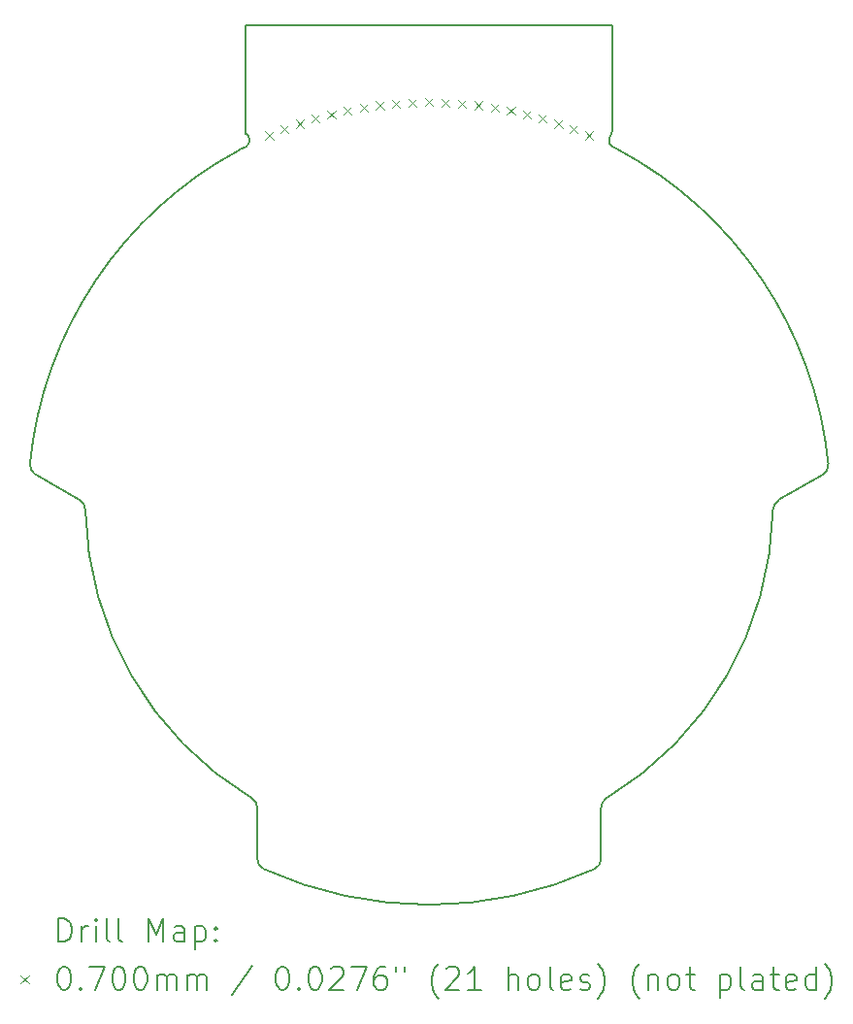
<source format=gbr>
%TF.GenerationSoftware,KiCad,Pcbnew,7.0.6*%
%TF.CreationDate,2024-01-27T00:31:29+01:00*%
%TF.ProjectId,amulet_controller,616d756c-6574-45f6-936f-6e74726f6c6c,1.0*%
%TF.SameCoordinates,PX6c3df60PY7735940*%
%TF.FileFunction,Drillmap*%
%TF.FilePolarity,Positive*%
%FSLAX45Y45*%
G04 Gerber Fmt 4.5, Leading zero omitted, Abs format (unit mm)*
G04 Created by KiCad (PCBNEW 7.0.6) date 2024-01-27 00:31:29*
%MOMM*%
%LPD*%
G01*
G04 APERTURE LIST*
%ADD10C,0.200000*%
%ADD11C,0.070000*%
G04 APERTURE END LIST*
D10*
X1847262Y6585168D02*
G75*
G03*
X17250Y3846652I1652778J-3085178D01*
G01*
X4941215Y310477D02*
G75*
G03*
X5000040Y401603I-41165J91123D01*
G01*
X1903651Y6615376D02*
G75*
G03*
X1930040Y6659450I-23611J44074D01*
G01*
X2000040Y844806D02*
G75*
G03*
X1951653Y930457I-100010J-6D01*
G01*
X5070041Y6659450D02*
G75*
G03*
X5096429Y6615377I50000J-1D01*
G01*
X2000043Y401603D02*
G75*
G03*
X2058863Y310474I99997J-3D01*
G01*
X5048427Y930457D02*
G75*
G03*
X6499514Y3443813I-1548387J2569532D01*
G01*
X6933321Y3750146D02*
G75*
G03*
X6982830Y3846652I-50001J86604D01*
G01*
X1900040Y6725585D02*
X1903651Y6723650D01*
X6549496Y3528544D02*
G75*
G03*
X6499514Y3443813I50004J-86604D01*
G01*
X1903651Y6615377D02*
X1847262Y6585168D01*
X5100040Y7669990D02*
X1900040Y7669990D01*
X5085040Y6715283D02*
G75*
G03*
X5070040Y6679576I34990J-35703D01*
G01*
X5000040Y401603D02*
X5000040Y844806D01*
X2000040Y844806D02*
X2000040Y401603D01*
X5048428Y930456D02*
G75*
G03*
X5000040Y844806I51602J-85646D01*
G01*
X66758Y3750145D02*
X450583Y3528543D01*
X500566Y3443813D02*
G75*
G03*
X1951653Y930457I2999474J56177D01*
G01*
X2058864Y310474D02*
G75*
G03*
X4941217Y310474I1441176J3189516D01*
G01*
X1930040Y6679576D02*
G75*
G03*
X1903651Y6723650I-50010J-6D01*
G01*
X1930040Y6679576D02*
X1930040Y6659450D01*
X5070040Y6659450D02*
X5070040Y6679576D01*
X5152818Y6585168D02*
X5096429Y6615376D01*
X6549496Y3528543D02*
X6933321Y3750145D01*
X6982830Y3846652D02*
G75*
G03*
X5152818Y6585168I-3482790J-346662D01*
G01*
X5100040Y6750991D02*
X5100040Y7669990D01*
X500565Y3443813D02*
G75*
G03*
X450583Y3528543I-99985J-1873D01*
G01*
X17248Y3846652D02*
G75*
G03*
X66758Y3750145I99512J-9902D01*
G01*
X5085038Y6715285D02*
G75*
G03*
X5100040Y6750991I-34988J35705D01*
G01*
X1900040Y7669990D02*
X1900040Y6725585D01*
D11*
X2069418Y6744700D02*
X2139418Y6674700D01*
X2139418Y6744700D02*
X2069418Y6674700D01*
X2202202Y6799226D02*
X2272202Y6729226D01*
X2272202Y6799226D02*
X2202202Y6729226D01*
X2337110Y6848262D02*
X2407110Y6778262D01*
X2407110Y6848262D02*
X2337110Y6778262D01*
X2473915Y6891725D02*
X2543915Y6821725D01*
X2543915Y6891725D02*
X2473915Y6821725D01*
X2612388Y6929542D02*
X2682388Y6859542D01*
X2682388Y6929542D02*
X2612388Y6859542D01*
X2752294Y6961649D02*
X2822294Y6891649D01*
X2822294Y6961649D02*
X2752294Y6891649D01*
X2893399Y6987993D02*
X2963399Y6917993D01*
X2963399Y6987993D02*
X2893399Y6917993D01*
X3035466Y7008528D02*
X3105466Y6938528D01*
X3105466Y7008528D02*
X3035466Y6938528D01*
X3178255Y7023221D02*
X3248255Y6953221D01*
X3248255Y7023221D02*
X3178255Y6953221D01*
X3321527Y7032046D02*
X3391527Y6962046D01*
X3391527Y7032046D02*
X3321527Y6962046D01*
X3465040Y7034990D02*
X3535040Y6964990D01*
X3535040Y7034990D02*
X3465040Y6964990D01*
X3608553Y7032046D02*
X3678553Y6962046D01*
X3678553Y7032046D02*
X3608553Y6962046D01*
X3751825Y7023221D02*
X3821825Y6953221D01*
X3821825Y7023221D02*
X3751825Y6953221D01*
X3894614Y7008528D02*
X3964614Y6938528D01*
X3964614Y7008528D02*
X3894614Y6938528D01*
X4036681Y6987992D02*
X4106681Y6917992D01*
X4106681Y6987992D02*
X4036681Y6917992D01*
X4177786Y6961649D02*
X4247786Y6891649D01*
X4247786Y6961649D02*
X4177786Y6891649D01*
X4317693Y6929542D02*
X4387693Y6859542D01*
X4387693Y6929542D02*
X4317693Y6859542D01*
X4456165Y6891725D02*
X4526165Y6821725D01*
X4526165Y6891725D02*
X4456165Y6821725D01*
X4592970Y6848262D02*
X4662970Y6778262D01*
X4662970Y6848262D02*
X4592970Y6778262D01*
X4727878Y6799226D02*
X4797878Y6729226D01*
X4797878Y6799226D02*
X4727878Y6729226D01*
X4860662Y6744700D02*
X4930662Y6674700D01*
X4930662Y6744700D02*
X4860662Y6674700D01*
D10*
X267534Y-321494D02*
X267534Y-121494D01*
X267534Y-121494D02*
X315153Y-121494D01*
X315153Y-121494D02*
X343724Y-131018D01*
X343724Y-131018D02*
X362772Y-150065D01*
X362772Y-150065D02*
X372295Y-169113D01*
X372295Y-169113D02*
X381819Y-207208D01*
X381819Y-207208D02*
X381819Y-235780D01*
X381819Y-235780D02*
X372295Y-273875D01*
X372295Y-273875D02*
X362772Y-292923D01*
X362772Y-292923D02*
X343724Y-311970D01*
X343724Y-311970D02*
X315153Y-321494D01*
X315153Y-321494D02*
X267534Y-321494D01*
X467534Y-321494D02*
X467534Y-188161D01*
X467534Y-226256D02*
X477057Y-207208D01*
X477057Y-207208D02*
X486581Y-197684D01*
X486581Y-197684D02*
X505629Y-188161D01*
X505629Y-188161D02*
X524677Y-188161D01*
X591343Y-321494D02*
X591343Y-188161D01*
X591343Y-121494D02*
X581819Y-131018D01*
X581819Y-131018D02*
X591343Y-140542D01*
X591343Y-140542D02*
X600867Y-131018D01*
X600867Y-131018D02*
X591343Y-121494D01*
X591343Y-121494D02*
X591343Y-140542D01*
X715153Y-321494D02*
X696105Y-311970D01*
X696105Y-311970D02*
X686581Y-292923D01*
X686581Y-292923D02*
X686581Y-121494D01*
X819914Y-321494D02*
X800867Y-311970D01*
X800867Y-311970D02*
X791343Y-292923D01*
X791343Y-292923D02*
X791343Y-121494D01*
X1048486Y-321494D02*
X1048486Y-121494D01*
X1048486Y-121494D02*
X1115153Y-264351D01*
X1115153Y-264351D02*
X1181819Y-121494D01*
X1181819Y-121494D02*
X1181819Y-321494D01*
X1362772Y-321494D02*
X1362772Y-216732D01*
X1362772Y-216732D02*
X1353248Y-197684D01*
X1353248Y-197684D02*
X1334200Y-188161D01*
X1334200Y-188161D02*
X1296105Y-188161D01*
X1296105Y-188161D02*
X1277057Y-197684D01*
X1362772Y-311970D02*
X1343724Y-321494D01*
X1343724Y-321494D02*
X1296105Y-321494D01*
X1296105Y-321494D02*
X1277057Y-311970D01*
X1277057Y-311970D02*
X1267534Y-292923D01*
X1267534Y-292923D02*
X1267534Y-273875D01*
X1267534Y-273875D02*
X1277057Y-254827D01*
X1277057Y-254827D02*
X1296105Y-245303D01*
X1296105Y-245303D02*
X1343724Y-245303D01*
X1343724Y-245303D02*
X1362772Y-235780D01*
X1458010Y-188161D02*
X1458010Y-388161D01*
X1458010Y-197684D02*
X1477057Y-188161D01*
X1477057Y-188161D02*
X1515153Y-188161D01*
X1515153Y-188161D02*
X1534200Y-197684D01*
X1534200Y-197684D02*
X1543724Y-207208D01*
X1543724Y-207208D02*
X1553248Y-226256D01*
X1553248Y-226256D02*
X1553248Y-283399D01*
X1553248Y-283399D02*
X1543724Y-302446D01*
X1543724Y-302446D02*
X1534200Y-311970D01*
X1534200Y-311970D02*
X1515153Y-321494D01*
X1515153Y-321494D02*
X1477057Y-321494D01*
X1477057Y-321494D02*
X1458010Y-311970D01*
X1638962Y-302446D02*
X1648486Y-311970D01*
X1648486Y-311970D02*
X1638962Y-321494D01*
X1638962Y-321494D02*
X1629438Y-311970D01*
X1629438Y-311970D02*
X1638962Y-302446D01*
X1638962Y-302446D02*
X1638962Y-321494D01*
X1638962Y-197684D02*
X1648486Y-207208D01*
X1648486Y-207208D02*
X1638962Y-216732D01*
X1638962Y-216732D02*
X1629438Y-207208D01*
X1629438Y-207208D02*
X1638962Y-197684D01*
X1638962Y-197684D02*
X1638962Y-216732D01*
D11*
X-63243Y-615010D02*
X6757Y-685010D01*
X6757Y-615010D02*
X-63243Y-685010D01*
D10*
X305629Y-541494D02*
X324677Y-541494D01*
X324677Y-541494D02*
X343724Y-551018D01*
X343724Y-551018D02*
X353248Y-560542D01*
X353248Y-560542D02*
X362772Y-579589D01*
X362772Y-579589D02*
X372295Y-617684D01*
X372295Y-617684D02*
X372295Y-665304D01*
X372295Y-665304D02*
X362772Y-703399D01*
X362772Y-703399D02*
X353248Y-722446D01*
X353248Y-722446D02*
X343724Y-731970D01*
X343724Y-731970D02*
X324677Y-741494D01*
X324677Y-741494D02*
X305629Y-741494D01*
X305629Y-741494D02*
X286581Y-731970D01*
X286581Y-731970D02*
X277057Y-722446D01*
X277057Y-722446D02*
X267534Y-703399D01*
X267534Y-703399D02*
X258010Y-665304D01*
X258010Y-665304D02*
X258010Y-617684D01*
X258010Y-617684D02*
X267534Y-579589D01*
X267534Y-579589D02*
X277057Y-560542D01*
X277057Y-560542D02*
X286581Y-551018D01*
X286581Y-551018D02*
X305629Y-541494D01*
X458010Y-722446D02*
X467534Y-731970D01*
X467534Y-731970D02*
X458010Y-741494D01*
X458010Y-741494D02*
X448486Y-731970D01*
X448486Y-731970D02*
X458010Y-722446D01*
X458010Y-722446D02*
X458010Y-741494D01*
X534200Y-541494D02*
X667534Y-541494D01*
X667534Y-541494D02*
X581819Y-741494D01*
X781819Y-541494D02*
X800867Y-541494D01*
X800867Y-541494D02*
X819915Y-551018D01*
X819915Y-551018D02*
X829438Y-560542D01*
X829438Y-560542D02*
X838962Y-579589D01*
X838962Y-579589D02*
X848486Y-617684D01*
X848486Y-617684D02*
X848486Y-665304D01*
X848486Y-665304D02*
X838962Y-703399D01*
X838962Y-703399D02*
X829438Y-722446D01*
X829438Y-722446D02*
X819915Y-731970D01*
X819915Y-731970D02*
X800867Y-741494D01*
X800867Y-741494D02*
X781819Y-741494D01*
X781819Y-741494D02*
X762772Y-731970D01*
X762772Y-731970D02*
X753248Y-722446D01*
X753248Y-722446D02*
X743724Y-703399D01*
X743724Y-703399D02*
X734200Y-665304D01*
X734200Y-665304D02*
X734200Y-617684D01*
X734200Y-617684D02*
X743724Y-579589D01*
X743724Y-579589D02*
X753248Y-560542D01*
X753248Y-560542D02*
X762772Y-551018D01*
X762772Y-551018D02*
X781819Y-541494D01*
X972295Y-541494D02*
X991343Y-541494D01*
X991343Y-541494D02*
X1010391Y-551018D01*
X1010391Y-551018D02*
X1019915Y-560542D01*
X1019915Y-560542D02*
X1029438Y-579589D01*
X1029438Y-579589D02*
X1038962Y-617684D01*
X1038962Y-617684D02*
X1038962Y-665304D01*
X1038962Y-665304D02*
X1029438Y-703399D01*
X1029438Y-703399D02*
X1019915Y-722446D01*
X1019915Y-722446D02*
X1010391Y-731970D01*
X1010391Y-731970D02*
X991343Y-741494D01*
X991343Y-741494D02*
X972295Y-741494D01*
X972295Y-741494D02*
X953248Y-731970D01*
X953248Y-731970D02*
X943724Y-722446D01*
X943724Y-722446D02*
X934200Y-703399D01*
X934200Y-703399D02*
X924676Y-665304D01*
X924676Y-665304D02*
X924676Y-617684D01*
X924676Y-617684D02*
X934200Y-579589D01*
X934200Y-579589D02*
X943724Y-560542D01*
X943724Y-560542D02*
X953248Y-551018D01*
X953248Y-551018D02*
X972295Y-541494D01*
X1124677Y-741494D02*
X1124677Y-608161D01*
X1124677Y-627208D02*
X1134200Y-617684D01*
X1134200Y-617684D02*
X1153248Y-608161D01*
X1153248Y-608161D02*
X1181819Y-608161D01*
X1181819Y-608161D02*
X1200867Y-617684D01*
X1200867Y-617684D02*
X1210391Y-636732D01*
X1210391Y-636732D02*
X1210391Y-741494D01*
X1210391Y-636732D02*
X1219915Y-617684D01*
X1219915Y-617684D02*
X1238962Y-608161D01*
X1238962Y-608161D02*
X1267534Y-608161D01*
X1267534Y-608161D02*
X1286581Y-617684D01*
X1286581Y-617684D02*
X1296105Y-636732D01*
X1296105Y-636732D02*
X1296105Y-741494D01*
X1391343Y-741494D02*
X1391343Y-608161D01*
X1391343Y-627208D02*
X1400867Y-617684D01*
X1400867Y-617684D02*
X1419915Y-608161D01*
X1419915Y-608161D02*
X1448486Y-608161D01*
X1448486Y-608161D02*
X1467534Y-617684D01*
X1467534Y-617684D02*
X1477057Y-636732D01*
X1477057Y-636732D02*
X1477057Y-741494D01*
X1477057Y-636732D02*
X1486581Y-617684D01*
X1486581Y-617684D02*
X1505629Y-608161D01*
X1505629Y-608161D02*
X1534200Y-608161D01*
X1534200Y-608161D02*
X1553248Y-617684D01*
X1553248Y-617684D02*
X1562772Y-636732D01*
X1562772Y-636732D02*
X1562772Y-741494D01*
X1953248Y-531970D02*
X1781819Y-789113D01*
X2210391Y-541494D02*
X2229439Y-541494D01*
X2229439Y-541494D02*
X2248486Y-551018D01*
X2248486Y-551018D02*
X2258010Y-560542D01*
X2258010Y-560542D02*
X2267534Y-579589D01*
X2267534Y-579589D02*
X2277058Y-617684D01*
X2277058Y-617684D02*
X2277058Y-665304D01*
X2277058Y-665304D02*
X2267534Y-703399D01*
X2267534Y-703399D02*
X2258010Y-722446D01*
X2258010Y-722446D02*
X2248486Y-731970D01*
X2248486Y-731970D02*
X2229439Y-741494D01*
X2229439Y-741494D02*
X2210391Y-741494D01*
X2210391Y-741494D02*
X2191343Y-731970D01*
X2191343Y-731970D02*
X2181820Y-722446D01*
X2181820Y-722446D02*
X2172296Y-703399D01*
X2172296Y-703399D02*
X2162772Y-665304D01*
X2162772Y-665304D02*
X2162772Y-617684D01*
X2162772Y-617684D02*
X2172296Y-579589D01*
X2172296Y-579589D02*
X2181820Y-560542D01*
X2181820Y-560542D02*
X2191343Y-551018D01*
X2191343Y-551018D02*
X2210391Y-541494D01*
X2362772Y-722446D02*
X2372296Y-731970D01*
X2372296Y-731970D02*
X2362772Y-741494D01*
X2362772Y-741494D02*
X2353248Y-731970D01*
X2353248Y-731970D02*
X2362772Y-722446D01*
X2362772Y-722446D02*
X2362772Y-741494D01*
X2496105Y-541494D02*
X2515153Y-541494D01*
X2515153Y-541494D02*
X2534201Y-551018D01*
X2534201Y-551018D02*
X2543724Y-560542D01*
X2543724Y-560542D02*
X2553248Y-579589D01*
X2553248Y-579589D02*
X2562772Y-617684D01*
X2562772Y-617684D02*
X2562772Y-665304D01*
X2562772Y-665304D02*
X2553248Y-703399D01*
X2553248Y-703399D02*
X2543724Y-722446D01*
X2543724Y-722446D02*
X2534201Y-731970D01*
X2534201Y-731970D02*
X2515153Y-741494D01*
X2515153Y-741494D02*
X2496105Y-741494D01*
X2496105Y-741494D02*
X2477058Y-731970D01*
X2477058Y-731970D02*
X2467534Y-722446D01*
X2467534Y-722446D02*
X2458010Y-703399D01*
X2458010Y-703399D02*
X2448486Y-665304D01*
X2448486Y-665304D02*
X2448486Y-617684D01*
X2448486Y-617684D02*
X2458010Y-579589D01*
X2458010Y-579589D02*
X2467534Y-560542D01*
X2467534Y-560542D02*
X2477058Y-551018D01*
X2477058Y-551018D02*
X2496105Y-541494D01*
X2638962Y-560542D02*
X2648486Y-551018D01*
X2648486Y-551018D02*
X2667534Y-541494D01*
X2667534Y-541494D02*
X2715153Y-541494D01*
X2715153Y-541494D02*
X2734201Y-551018D01*
X2734201Y-551018D02*
X2743724Y-560542D01*
X2743724Y-560542D02*
X2753248Y-579589D01*
X2753248Y-579589D02*
X2753248Y-598637D01*
X2753248Y-598637D02*
X2743724Y-627208D01*
X2743724Y-627208D02*
X2629439Y-741494D01*
X2629439Y-741494D02*
X2753248Y-741494D01*
X2819915Y-541494D02*
X2953248Y-541494D01*
X2953248Y-541494D02*
X2867534Y-741494D01*
X3115153Y-541494D02*
X3077058Y-541494D01*
X3077058Y-541494D02*
X3058010Y-551018D01*
X3058010Y-551018D02*
X3048486Y-560542D01*
X3048486Y-560542D02*
X3029439Y-589113D01*
X3029439Y-589113D02*
X3019915Y-627208D01*
X3019915Y-627208D02*
X3019915Y-703399D01*
X3019915Y-703399D02*
X3029439Y-722446D01*
X3029439Y-722446D02*
X3038962Y-731970D01*
X3038962Y-731970D02*
X3058010Y-741494D01*
X3058010Y-741494D02*
X3096105Y-741494D01*
X3096105Y-741494D02*
X3115153Y-731970D01*
X3115153Y-731970D02*
X3124677Y-722446D01*
X3124677Y-722446D02*
X3134200Y-703399D01*
X3134200Y-703399D02*
X3134200Y-655780D01*
X3134200Y-655780D02*
X3124677Y-636732D01*
X3124677Y-636732D02*
X3115153Y-627208D01*
X3115153Y-627208D02*
X3096105Y-617684D01*
X3096105Y-617684D02*
X3058010Y-617684D01*
X3058010Y-617684D02*
X3038962Y-627208D01*
X3038962Y-627208D02*
X3029439Y-636732D01*
X3029439Y-636732D02*
X3019915Y-655780D01*
X3210391Y-541494D02*
X3210391Y-579589D01*
X3286581Y-541494D02*
X3286581Y-579589D01*
X3581820Y-817684D02*
X3572296Y-808161D01*
X3572296Y-808161D02*
X3553248Y-779589D01*
X3553248Y-779589D02*
X3543724Y-760542D01*
X3543724Y-760542D02*
X3534201Y-731970D01*
X3534201Y-731970D02*
X3524677Y-684351D01*
X3524677Y-684351D02*
X3524677Y-646256D01*
X3524677Y-646256D02*
X3534201Y-598637D01*
X3534201Y-598637D02*
X3543724Y-570065D01*
X3543724Y-570065D02*
X3553248Y-551018D01*
X3553248Y-551018D02*
X3572296Y-522446D01*
X3572296Y-522446D02*
X3581820Y-512922D01*
X3648486Y-560542D02*
X3658010Y-551018D01*
X3658010Y-551018D02*
X3677058Y-541494D01*
X3677058Y-541494D02*
X3724677Y-541494D01*
X3724677Y-541494D02*
X3743724Y-551018D01*
X3743724Y-551018D02*
X3753248Y-560542D01*
X3753248Y-560542D02*
X3762772Y-579589D01*
X3762772Y-579589D02*
X3762772Y-598637D01*
X3762772Y-598637D02*
X3753248Y-627208D01*
X3753248Y-627208D02*
X3638962Y-741494D01*
X3638962Y-741494D02*
X3762772Y-741494D01*
X3953248Y-741494D02*
X3838962Y-741494D01*
X3896105Y-741494D02*
X3896105Y-541494D01*
X3896105Y-541494D02*
X3877058Y-570065D01*
X3877058Y-570065D02*
X3858010Y-589113D01*
X3858010Y-589113D02*
X3838962Y-598637D01*
X4191343Y-741494D02*
X4191343Y-541494D01*
X4277058Y-741494D02*
X4277058Y-636732D01*
X4277058Y-636732D02*
X4267534Y-617684D01*
X4267534Y-617684D02*
X4248486Y-608161D01*
X4248486Y-608161D02*
X4219915Y-608161D01*
X4219915Y-608161D02*
X4200867Y-617684D01*
X4200867Y-617684D02*
X4191343Y-627208D01*
X4400867Y-741494D02*
X4381820Y-731970D01*
X4381820Y-731970D02*
X4372296Y-722446D01*
X4372296Y-722446D02*
X4362772Y-703399D01*
X4362772Y-703399D02*
X4362772Y-646256D01*
X4362772Y-646256D02*
X4372296Y-627208D01*
X4372296Y-627208D02*
X4381820Y-617684D01*
X4381820Y-617684D02*
X4400867Y-608161D01*
X4400867Y-608161D02*
X4429439Y-608161D01*
X4429439Y-608161D02*
X4448486Y-617684D01*
X4448486Y-617684D02*
X4458010Y-627208D01*
X4458010Y-627208D02*
X4467534Y-646256D01*
X4467534Y-646256D02*
X4467534Y-703399D01*
X4467534Y-703399D02*
X4458010Y-722446D01*
X4458010Y-722446D02*
X4448486Y-731970D01*
X4448486Y-731970D02*
X4429439Y-741494D01*
X4429439Y-741494D02*
X4400867Y-741494D01*
X4581820Y-741494D02*
X4562772Y-731970D01*
X4562772Y-731970D02*
X4553248Y-712922D01*
X4553248Y-712922D02*
X4553248Y-541494D01*
X4734201Y-731970D02*
X4715153Y-741494D01*
X4715153Y-741494D02*
X4677058Y-741494D01*
X4677058Y-741494D02*
X4658010Y-731970D01*
X4658010Y-731970D02*
X4648486Y-712922D01*
X4648486Y-712922D02*
X4648486Y-636732D01*
X4648486Y-636732D02*
X4658010Y-617684D01*
X4658010Y-617684D02*
X4677058Y-608161D01*
X4677058Y-608161D02*
X4715153Y-608161D01*
X4715153Y-608161D02*
X4734201Y-617684D01*
X4734201Y-617684D02*
X4743725Y-636732D01*
X4743725Y-636732D02*
X4743725Y-655780D01*
X4743725Y-655780D02*
X4648486Y-674827D01*
X4819915Y-731970D02*
X4838963Y-741494D01*
X4838963Y-741494D02*
X4877058Y-741494D01*
X4877058Y-741494D02*
X4896106Y-731970D01*
X4896106Y-731970D02*
X4905629Y-712922D01*
X4905629Y-712922D02*
X4905629Y-703399D01*
X4905629Y-703399D02*
X4896106Y-684351D01*
X4896106Y-684351D02*
X4877058Y-674827D01*
X4877058Y-674827D02*
X4848486Y-674827D01*
X4848486Y-674827D02*
X4829439Y-665304D01*
X4829439Y-665304D02*
X4819915Y-646256D01*
X4819915Y-646256D02*
X4819915Y-636732D01*
X4819915Y-636732D02*
X4829439Y-617684D01*
X4829439Y-617684D02*
X4848486Y-608161D01*
X4848486Y-608161D02*
X4877058Y-608161D01*
X4877058Y-608161D02*
X4896106Y-617684D01*
X4972296Y-817684D02*
X4981820Y-808161D01*
X4981820Y-808161D02*
X5000867Y-779589D01*
X5000867Y-779589D02*
X5010391Y-760542D01*
X5010391Y-760542D02*
X5019915Y-731970D01*
X5019915Y-731970D02*
X5029439Y-684351D01*
X5029439Y-684351D02*
X5029439Y-646256D01*
X5029439Y-646256D02*
X5019915Y-598637D01*
X5019915Y-598637D02*
X5010391Y-570065D01*
X5010391Y-570065D02*
X5000867Y-551018D01*
X5000867Y-551018D02*
X4981820Y-522446D01*
X4981820Y-522446D02*
X4972296Y-512922D01*
X5334201Y-817684D02*
X5324677Y-808161D01*
X5324677Y-808161D02*
X5305629Y-779589D01*
X5305629Y-779589D02*
X5296106Y-760542D01*
X5296106Y-760542D02*
X5286582Y-731970D01*
X5286582Y-731970D02*
X5277058Y-684351D01*
X5277058Y-684351D02*
X5277058Y-646256D01*
X5277058Y-646256D02*
X5286582Y-598637D01*
X5286582Y-598637D02*
X5296106Y-570065D01*
X5296106Y-570065D02*
X5305629Y-551018D01*
X5305629Y-551018D02*
X5324677Y-522446D01*
X5324677Y-522446D02*
X5334201Y-512922D01*
X5410391Y-608161D02*
X5410391Y-741494D01*
X5410391Y-627208D02*
X5419915Y-617684D01*
X5419915Y-617684D02*
X5438963Y-608161D01*
X5438963Y-608161D02*
X5467534Y-608161D01*
X5467534Y-608161D02*
X5486582Y-617684D01*
X5486582Y-617684D02*
X5496106Y-636732D01*
X5496106Y-636732D02*
X5496106Y-741494D01*
X5619915Y-741494D02*
X5600867Y-731970D01*
X5600867Y-731970D02*
X5591344Y-722446D01*
X5591344Y-722446D02*
X5581820Y-703399D01*
X5581820Y-703399D02*
X5581820Y-646256D01*
X5581820Y-646256D02*
X5591344Y-627208D01*
X5591344Y-627208D02*
X5600867Y-617684D01*
X5600867Y-617684D02*
X5619915Y-608161D01*
X5619915Y-608161D02*
X5648486Y-608161D01*
X5648486Y-608161D02*
X5667534Y-617684D01*
X5667534Y-617684D02*
X5677058Y-627208D01*
X5677058Y-627208D02*
X5686582Y-646256D01*
X5686582Y-646256D02*
X5686582Y-703399D01*
X5686582Y-703399D02*
X5677058Y-722446D01*
X5677058Y-722446D02*
X5667534Y-731970D01*
X5667534Y-731970D02*
X5648486Y-741494D01*
X5648486Y-741494D02*
X5619915Y-741494D01*
X5743725Y-608161D02*
X5819915Y-608161D01*
X5772296Y-541494D02*
X5772296Y-712922D01*
X5772296Y-712922D02*
X5781820Y-731970D01*
X5781820Y-731970D02*
X5800867Y-741494D01*
X5800867Y-741494D02*
X5819915Y-741494D01*
X6038963Y-608161D02*
X6038963Y-808161D01*
X6038963Y-617684D02*
X6058010Y-608161D01*
X6058010Y-608161D02*
X6096106Y-608161D01*
X6096106Y-608161D02*
X6115153Y-617684D01*
X6115153Y-617684D02*
X6124677Y-627208D01*
X6124677Y-627208D02*
X6134201Y-646256D01*
X6134201Y-646256D02*
X6134201Y-703399D01*
X6134201Y-703399D02*
X6124677Y-722446D01*
X6124677Y-722446D02*
X6115153Y-731970D01*
X6115153Y-731970D02*
X6096106Y-741494D01*
X6096106Y-741494D02*
X6058010Y-741494D01*
X6058010Y-741494D02*
X6038963Y-731970D01*
X6248486Y-741494D02*
X6229439Y-731970D01*
X6229439Y-731970D02*
X6219915Y-712922D01*
X6219915Y-712922D02*
X6219915Y-541494D01*
X6410391Y-741494D02*
X6410391Y-636732D01*
X6410391Y-636732D02*
X6400867Y-617684D01*
X6400867Y-617684D02*
X6381820Y-608161D01*
X6381820Y-608161D02*
X6343725Y-608161D01*
X6343725Y-608161D02*
X6324677Y-617684D01*
X6410391Y-731970D02*
X6391344Y-741494D01*
X6391344Y-741494D02*
X6343725Y-741494D01*
X6343725Y-741494D02*
X6324677Y-731970D01*
X6324677Y-731970D02*
X6315153Y-712922D01*
X6315153Y-712922D02*
X6315153Y-693875D01*
X6315153Y-693875D02*
X6324677Y-674827D01*
X6324677Y-674827D02*
X6343725Y-665304D01*
X6343725Y-665304D02*
X6391344Y-665304D01*
X6391344Y-665304D02*
X6410391Y-655780D01*
X6477058Y-608161D02*
X6553248Y-608161D01*
X6505629Y-541494D02*
X6505629Y-712922D01*
X6505629Y-712922D02*
X6515153Y-731970D01*
X6515153Y-731970D02*
X6534201Y-741494D01*
X6534201Y-741494D02*
X6553248Y-741494D01*
X6696106Y-731970D02*
X6677058Y-741494D01*
X6677058Y-741494D02*
X6638963Y-741494D01*
X6638963Y-741494D02*
X6619915Y-731970D01*
X6619915Y-731970D02*
X6610391Y-712922D01*
X6610391Y-712922D02*
X6610391Y-636732D01*
X6610391Y-636732D02*
X6619915Y-617684D01*
X6619915Y-617684D02*
X6638963Y-608161D01*
X6638963Y-608161D02*
X6677058Y-608161D01*
X6677058Y-608161D02*
X6696106Y-617684D01*
X6696106Y-617684D02*
X6705629Y-636732D01*
X6705629Y-636732D02*
X6705629Y-655780D01*
X6705629Y-655780D02*
X6610391Y-674827D01*
X6877058Y-741494D02*
X6877058Y-541494D01*
X6877058Y-731970D02*
X6858010Y-741494D01*
X6858010Y-741494D02*
X6819915Y-741494D01*
X6819915Y-741494D02*
X6800867Y-731970D01*
X6800867Y-731970D02*
X6791344Y-722446D01*
X6791344Y-722446D02*
X6781820Y-703399D01*
X6781820Y-703399D02*
X6781820Y-646256D01*
X6781820Y-646256D02*
X6791344Y-627208D01*
X6791344Y-627208D02*
X6800867Y-617684D01*
X6800867Y-617684D02*
X6819915Y-608161D01*
X6819915Y-608161D02*
X6858010Y-608161D01*
X6858010Y-608161D02*
X6877058Y-617684D01*
X6953248Y-817684D02*
X6962772Y-808161D01*
X6962772Y-808161D02*
X6981820Y-779589D01*
X6981820Y-779589D02*
X6991344Y-760542D01*
X6991344Y-760542D02*
X7000867Y-731970D01*
X7000867Y-731970D02*
X7010391Y-684351D01*
X7010391Y-684351D02*
X7010391Y-646256D01*
X7010391Y-646256D02*
X7000867Y-598637D01*
X7000867Y-598637D02*
X6991344Y-570065D01*
X6991344Y-570065D02*
X6981820Y-551018D01*
X6981820Y-551018D02*
X6962772Y-522446D01*
X6962772Y-522446D02*
X6953248Y-512922D01*
M02*

</source>
